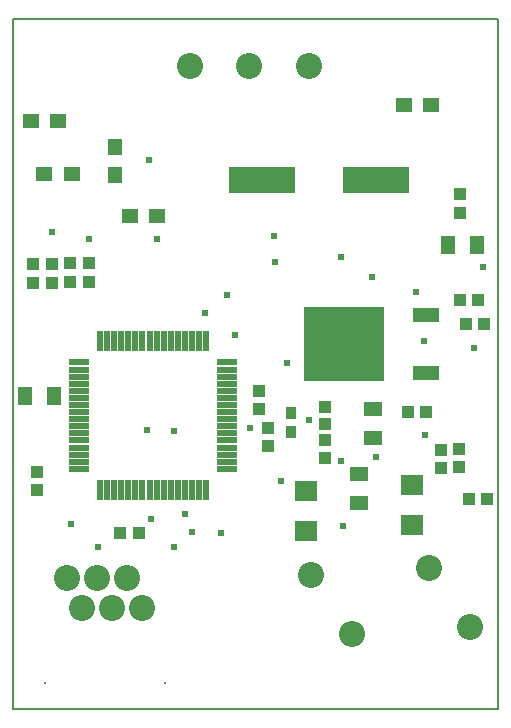
<source format=gts>
%FSLAX44Y44*%
%MOMM*%
G71*
G01*
G75*
G04 Layer_Color=8388736*
%ADD10R,0.8000X0.8000*%
%ADD11R,0.7000X0.8500*%
%ADD12R,1.0000X1.4000*%
%ADD13R,0.8000X0.8000*%
%ADD14R,6.6000X6.1000*%
%ADD15R,2.0000X1.0000*%
%ADD16R,1.4000X1.0000*%
%ADD17R,1.7000X1.5000*%
%ADD18R,1.5000X0.3000*%
%ADD19R,0.3000X1.5000*%
%ADD20R,1.2500X1.1000*%
%ADD21R,1.1000X1.2500*%
%ADD22R,5.5000X2.0000*%
%ADD23C,0.2540*%
%ADD24C,0.2000*%
%ADD25C,2.0000*%
%ADD26C,0.4000*%
%ADD27C,0.3000*%
%ADD28R,1.0032X1.0032*%
%ADD29R,0.9032X1.0532*%
%ADD30R,1.2032X1.6032*%
%ADD31R,1.0032X1.0032*%
%ADD32R,6.8032X6.3032*%
%ADD33R,2.2032X1.2032*%
%ADD34R,1.6032X1.2032*%
%ADD35R,1.9032X1.7032*%
%ADD36R,1.7032X0.5032*%
%ADD37R,0.5032X1.7032*%
%ADD38R,1.4532X1.3032*%
%ADD39R,1.3032X1.4532*%
%ADD40R,5.7032X2.2032*%
%ADD41C,0.2032*%
%ADD42C,2.2032*%
%ADD43C,0.6032*%
D24*
X0Y0D02*
X410000D01*
X0D02*
Y585000D01*
X410000Y0D02*
Y585000D01*
X0D02*
X410000D01*
D28*
X263977Y256347D02*
D03*
Y241361D02*
D03*
X263636Y227773D02*
D03*
Y212787D02*
D03*
X215921Y237960D02*
D03*
Y222974D02*
D03*
X378571Y420192D02*
D03*
Y436192D02*
D03*
X362226Y204807D02*
D03*
Y219793D02*
D03*
X377642Y205438D02*
D03*
Y220424D02*
D03*
X64338Y362164D02*
D03*
Y378164D02*
D03*
X48008Y361821D02*
D03*
Y377821D02*
D03*
X32703Y361483D02*
D03*
Y377483D02*
D03*
X17056Y361143D02*
D03*
Y377143D02*
D03*
X207980Y269680D02*
D03*
Y254694D02*
D03*
X19924Y185896D02*
D03*
Y200882D02*
D03*
D29*
X235029Y235162D02*
D03*
Y251162D02*
D03*
D30*
X392141Y393171D02*
D03*
X368141D02*
D03*
X9991Y265289D02*
D03*
X33991D02*
D03*
D31*
X393509Y347024D02*
D03*
X378523D02*
D03*
X383170Y326292D02*
D03*
X398156D02*
D03*
X349023Y251640D02*
D03*
X334037D02*
D03*
X385827Y177986D02*
D03*
X400813D02*
D03*
X106694Y149400D02*
D03*
X90694D02*
D03*
D32*
X280298Y309671D02*
D03*
D33*
X349158Y285171D02*
D03*
Y334171D02*
D03*
D34*
X304282Y230158D02*
D03*
Y254158D02*
D03*
X292309Y198970D02*
D03*
Y174970D02*
D03*
D35*
X337918Y155879D02*
D03*
Y189879D02*
D03*
X247398Y151102D02*
D03*
Y185102D02*
D03*
D36*
X55280Y203788D02*
D03*
Y209788D02*
D03*
Y215788D02*
D03*
Y221788D02*
D03*
Y269788D02*
D03*
Y245788D02*
D03*
Y239788D02*
D03*
Y233788D02*
D03*
Y227788D02*
D03*
Y263788D02*
D03*
Y257788D02*
D03*
Y251788D02*
D03*
Y275788D02*
D03*
Y281788D02*
D03*
Y287788D02*
D03*
Y293788D02*
D03*
X181280Y293788D02*
D03*
Y287788D02*
D03*
Y281788D02*
D03*
Y275788D02*
D03*
Y251788D02*
D03*
Y257788D02*
D03*
Y263788D02*
D03*
Y227788D02*
D03*
Y233788D02*
D03*
Y239788D02*
D03*
Y245788D02*
D03*
Y269788D02*
D03*
Y221788D02*
D03*
Y215788D02*
D03*
Y209788D02*
D03*
Y203788D02*
D03*
D37*
X163280Y311788D02*
D03*
X157280D02*
D03*
X151280D02*
D03*
X145280D02*
D03*
X97280D02*
D03*
X121280D02*
D03*
X127280D02*
D03*
X133280D02*
D03*
X139280D02*
D03*
X103280D02*
D03*
X109280D02*
D03*
X115280D02*
D03*
X91280D02*
D03*
X85280D02*
D03*
X79280D02*
D03*
X73280D02*
D03*
Y185788D02*
D03*
X79280D02*
D03*
X85280D02*
D03*
X91280D02*
D03*
X115280D02*
D03*
X109280D02*
D03*
X103280D02*
D03*
X139280D02*
D03*
X133280D02*
D03*
X127280D02*
D03*
X121280D02*
D03*
X97280D02*
D03*
X145280D02*
D03*
X151280D02*
D03*
X157280D02*
D03*
X163280D02*
D03*
D38*
X121760Y417786D02*
D03*
X98760D02*
D03*
X26306Y453163D02*
D03*
X49306D02*
D03*
X15080Y498404D02*
D03*
X38080D02*
D03*
X353748Y512010D02*
D03*
X330748D02*
D03*
D39*
X85768Y475888D02*
D03*
Y452888D02*
D03*
D40*
X307340Y448310D02*
D03*
X210820D02*
D03*
D41*
X128230Y22000D02*
D03*
X26630D02*
D03*
D42*
X96430Y111000D02*
D03*
X71030D02*
D03*
X45630D02*
D03*
X58330Y85600D02*
D03*
X83730D02*
D03*
X109130D02*
D03*
X250190Y544830D02*
D03*
X149860D02*
D03*
X199390D02*
D03*
X252129Y114262D02*
D03*
X287129Y64262D02*
D03*
X351947Y120133D02*
D03*
X386947Y70134D02*
D03*
D43*
X113124Y236570D02*
D03*
X277302Y210205D02*
D03*
X135677Y137754D02*
D03*
X71616D02*
D03*
X116825Y161668D02*
D03*
X49098Y156781D02*
D03*
X64338Y398419D02*
D03*
X121760Y398412D02*
D03*
X32703Y403965D02*
D03*
X114903Y465392D02*
D03*
X175825Y149274D02*
D03*
X151386Y150013D02*
D03*
X145452Y165507D02*
D03*
X250491Y245130D02*
D03*
X279160Y155383D02*
D03*
X303249Y366071D02*
D03*
X397858Y374799D02*
D03*
X307089Y213751D02*
D03*
X221906Y379162D02*
D03*
X162389Y335906D02*
D03*
X180511Y351166D02*
D03*
X277708Y383288D02*
D03*
X220970Y401175D02*
D03*
X341088Y353386D02*
D03*
X390412Y305851D02*
D03*
X347477Y312240D02*
D03*
X231562Y293647D02*
D03*
X199953Y237960D02*
D03*
X187841Y317303D02*
D03*
X136095Y235986D02*
D03*
X226472Y193506D02*
D03*
X348903Y232510D02*
D03*
M02*

</source>
